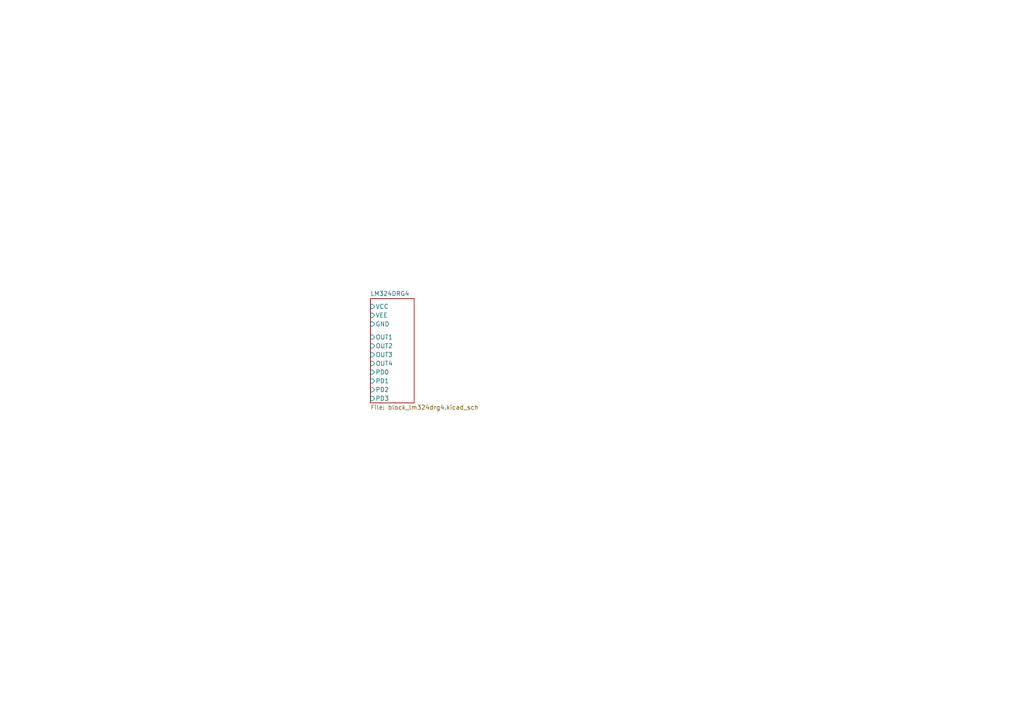
<source format=kicad_sch>
(kicad_sch
	(version 20250114)
	(generator "eeschema")
	(generator_version "9.0")
	(uuid "e9acf979-cb8d-455f-80a4-9e5bf695a99d")
	(paper "A4")
	(lib_symbols)
	(sheet
		(at 107.442 86.614)
		(size 12.7 30.226)
		(exclude_from_sim no)
		(in_bom yes)
		(on_board yes)
		(dnp no)
		(fields_autoplaced yes)
		(stroke
			(width 0.1524)
			(type solid)
		)
		(fill
			(color 0 0 0 0.0000)
		)
		(uuid "6b0a31e1-32d0-4553-9920-8100381bc297")
		(property "Sheetname" "LM324DRG4"
			(at 107.442 85.9024 0)
			(effects
				(font
					(size 1.27 1.27)
				)
				(justify left bottom)
			)
		)
		(property "Sheetfile" "block_lm324drg4.kicad_sch"
			(at 107.442 117.4246 0)
			(effects
				(font
					(size 1.27 1.27)
				)
				(justify left top)
			)
		)
		(pin "GND" input
			(at 107.442 93.98 180)
			(uuid "12ed18fa-b0c3-4687-a2bb-66a107c15b63")
			(effects
				(font
					(size 1.27 1.27)
				)
				(justify left)
			)
		)
		(pin "OUT1" input
			(at 107.442 97.79 180)
			(uuid "b19c83f6-5fbd-4458-bcb5-c61ca98c58fa")
			(effects
				(font
					(size 1.27 1.27)
				)
				(justify left)
			)
		)
		(pin "OUT2" input
			(at 107.442 100.33 180)
			(uuid "57406033-7236-4d72-b916-f3454c1b4139")
			(effects
				(font
					(size 1.27 1.27)
				)
				(justify left)
			)
		)
		(pin "OUT3" input
			(at 107.442 102.87 180)
			(uuid "90e5bc32-fecd-4ca3-ba45-25a40fb477ed")
			(effects
				(font
					(size 1.27 1.27)
				)
				(justify left)
			)
		)
		(pin "OUT4" input
			(at 107.442 105.41 180)
			(uuid "bbfb434f-ce4a-40a9-ae8a-360bf8d3bed4")
			(effects
				(font
					(size 1.27 1.27)
				)
				(justify left)
			)
		)
		(pin "PD0" input
			(at 107.442 107.95 180)
			(uuid "279e1aea-6502-417d-948c-be7b87f84ab4")
			(effects
				(font
					(size 1.27 1.27)
				)
				(justify left)
			)
		)
		(pin "PD1" input
			(at 107.442 110.49 180)
			(uuid "7409faab-25b6-4435-a495-a1144dc660d0")
			(effects
				(font
					(size 1.27 1.27)
				)
				(justify left)
			)
		)
		(pin "PD2" input
			(at 107.442 113.03 180)
			(uuid "f415e8b6-3225-4ed8-a84f-685d9789b8be")
			(effects
				(font
					(size 1.27 1.27)
				)
				(justify left)
			)
		)
		(pin "PD3" input
			(at 107.442 115.57 180)
			(uuid "1d5c4aa6-5a4f-4c9e-9eab-b595532f6e6f")
			(effects
				(font
					(size 1.27 1.27)
				)
				(justify left)
			)
		)
		(pin "VCC" input
			(at 107.442 88.9 180)
			(uuid "ad8cf0f5-de36-41e9-858d-c3c1f2d77d67")
			(effects
				(font
					(size 1.27 1.27)
				)
				(justify left)
			)
		)
		(pin "VEE" input
			(at 107.442 91.44 180)
			(uuid "1c40cf01-b7d8-474b-a6f8-d281427feaf8")
			(effects
				(font
					(size 1.27 1.27)
				)
				(justify left)
			)
		)
		(instances
			(project "lm324drg4"
				(path "/e9acf979-cb8d-455f-80a4-9e5bf695a99d"
					(page "2")
				)
			)
		)
	)
	(sheet_instances
		(path "/"
			(page "1")
		)
	)
	(embedded_fonts no)
)

</source>
